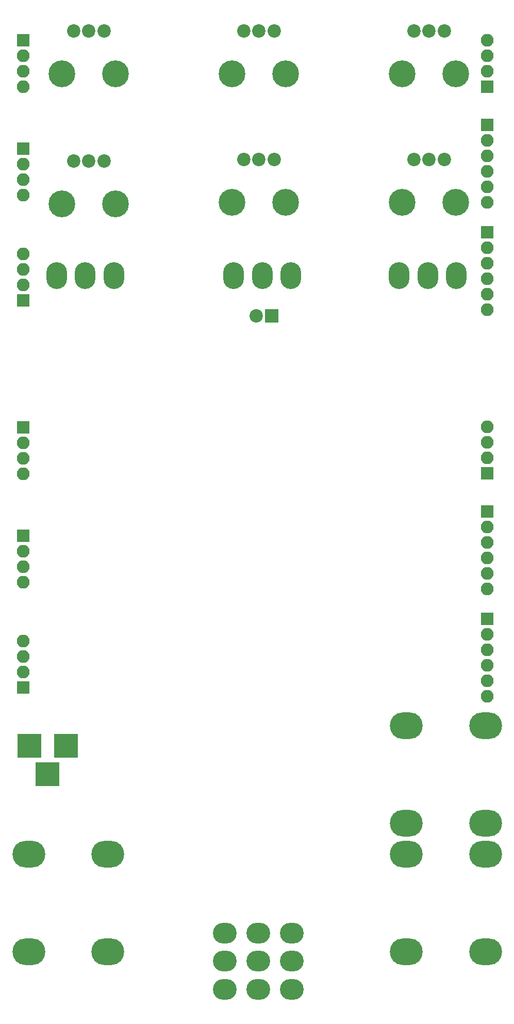
<source format=gbr>
G04 #@! TF.FileFunction,Soldermask,Bot*
%FSLAX46Y46*%
G04 Gerber Fmt 4.6, Leading zero omitted, Abs format (unit mm)*
G04 Created by KiCad (PCBNEW 4.0.7) date Saturday, 07 April 2018 'PMt' 21:18:55*
%MOMM*%
%LPD*%
G01*
G04 APERTURE LIST*
%ADD10C,0.100000*%
%ADD11C,2.200000*%
%ADD12C,4.400000*%
%ADD13R,2.200000X2.200000*%
%ADD14R,2.100000X2.100000*%
%ADD15O,2.100000X2.100000*%
%ADD16O,5.400000X4.400000*%
%ADD17R,3.900000X3.900000*%
%ADD18O,3.900000X3.400000*%
%ADD19O,3.400000X4.400000*%
G04 APERTURE END LIST*
D10*
D11*
X130090000Y-55753000D03*
X127590000Y-55753000D03*
X125090000Y-55753000D03*
D12*
X131990000Y-62753000D03*
X123190000Y-62753000D03*
D13*
X101727000Y-102489000D03*
D11*
X99187000Y-102489000D03*
X74210000Y-55753000D03*
X71710000Y-55753000D03*
X69210000Y-55753000D03*
D12*
X76110000Y-62753000D03*
X67310000Y-62753000D03*
D11*
X102150000Y-76820000D03*
X99650000Y-76820000D03*
X97150000Y-76820000D03*
D12*
X104050000Y-83820000D03*
X95250000Y-83820000D03*
D14*
X60960000Y-57277000D03*
D15*
X60960000Y-59817000D03*
X60960000Y-62357000D03*
X60960000Y-64897000D03*
D14*
X137160000Y-88773000D03*
D15*
X137160000Y-91313000D03*
X137160000Y-93853000D03*
X137160000Y-96393000D03*
X137160000Y-98933000D03*
X137160000Y-101473000D03*
D14*
X60960000Y-75057000D03*
D15*
X60960000Y-77597000D03*
X60960000Y-80137000D03*
X60960000Y-82677000D03*
D14*
X137160000Y-64897000D03*
D15*
X137160000Y-62357000D03*
X137160000Y-59817000D03*
X137160000Y-57277000D03*
D14*
X137160000Y-71120000D03*
D15*
X137160000Y-73660000D03*
X137160000Y-76200000D03*
X137160000Y-78740000D03*
X137160000Y-81280000D03*
X137160000Y-83820000D03*
D16*
X123865500Y-185736500D03*
X123865500Y-169736500D03*
X136865500Y-169736500D03*
X136842500Y-185736500D03*
X123865500Y-206755000D03*
X123865500Y-190755000D03*
X136865500Y-190755000D03*
X136842500Y-206755000D03*
D14*
X60960000Y-120777000D03*
D15*
X60960000Y-123317000D03*
X60960000Y-125857000D03*
X60960000Y-128397000D03*
D14*
X137160000Y-134556500D03*
D15*
X137160000Y-137096500D03*
X137160000Y-139636500D03*
X137160000Y-142176500D03*
X137160000Y-144716500D03*
X137160000Y-147256500D03*
D14*
X60960000Y-138557000D03*
D15*
X60960000Y-141097000D03*
X60960000Y-143637000D03*
X60960000Y-146177000D03*
D14*
X137160000Y-128333500D03*
D15*
X137160000Y-125793500D03*
X137160000Y-123253500D03*
X137160000Y-120713500D03*
D14*
X137160000Y-152209500D03*
D15*
X137160000Y-154749500D03*
X137160000Y-157289500D03*
X137160000Y-159829500D03*
X137160000Y-162369500D03*
X137160000Y-164909500D03*
D16*
X74826000Y-190755000D03*
X74826000Y-206755000D03*
X61826000Y-206755000D03*
X61849000Y-190755000D03*
D17*
X67945000Y-172974000D03*
X61945000Y-172974000D03*
X64945000Y-177674000D03*
D11*
X130090000Y-76820000D03*
X127590000Y-76820000D03*
X125090000Y-76820000D03*
D12*
X131990000Y-83820000D03*
X123190000Y-83820000D03*
D11*
X102150000Y-55753000D03*
X99650000Y-55753000D03*
X97150000Y-55753000D03*
D12*
X104050000Y-62753000D03*
X95250000Y-62753000D03*
D18*
X105068000Y-212943500D03*
X99568000Y-212943500D03*
X94068000Y-212943500D03*
X105068000Y-208343500D03*
X99568000Y-208343500D03*
X94068000Y-208343500D03*
X105068000Y-203743500D03*
X99568000Y-203743500D03*
X94068000Y-203743500D03*
D19*
X127380000Y-95885000D03*
X132080000Y-95885000D03*
X122680000Y-95885000D03*
X71120000Y-95885000D03*
X75820000Y-95885000D03*
X66420000Y-95885000D03*
X100203000Y-95885000D03*
X104903000Y-95885000D03*
X95503000Y-95885000D03*
D11*
X74210000Y-77089000D03*
X71710000Y-77089000D03*
X69210000Y-77089000D03*
D12*
X76110000Y-84089000D03*
X67310000Y-84089000D03*
D14*
X60960000Y-99949000D03*
D15*
X60960000Y-97409000D03*
X60960000Y-94869000D03*
X60960000Y-92329000D03*
D14*
X60960000Y-163449000D03*
D15*
X60960000Y-160909000D03*
X60960000Y-158369000D03*
X60960000Y-155829000D03*
M02*

</source>
